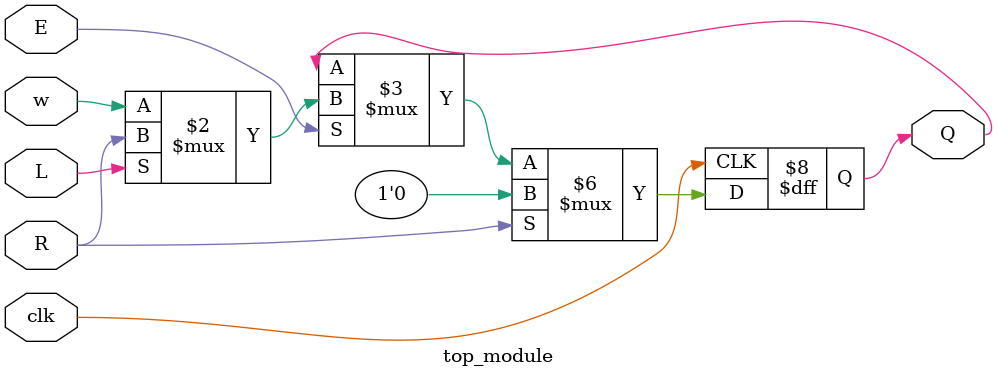
<source format=sv>
module top_module (
	input clk,
	input w,
	input R,
	input E,
	input L,
	output reg Q
);

	always @(posedge clk) begin
		if (R) begin
			Q <= 1'b0;
		end else if (E) begin
			Q <= (L) ? R : w;
		end
	end
endmodule

</source>
